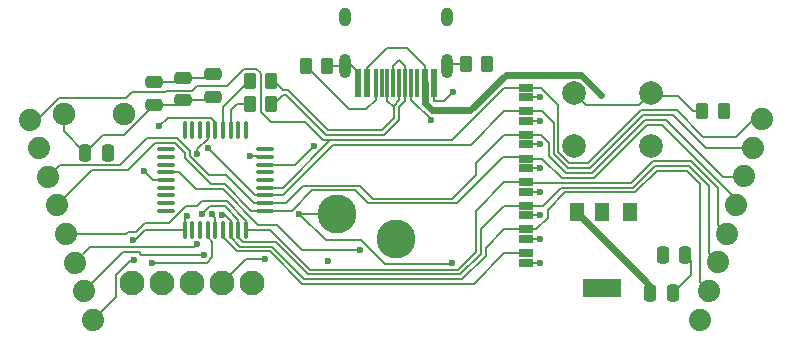
<source format=gbr>
%TF.GenerationSoftware,KiCad,Pcbnew,9.0.6*%
%TF.CreationDate,2026-01-11T15:28:45-08:00*%
%TF.ProjectId,pcb,7063622e-6b69-4636-9164-5f7063625858,rev?*%
%TF.SameCoordinates,Original*%
%TF.FileFunction,Copper,L1,Top*%
%TF.FilePolarity,Positive*%
%FSLAX46Y46*%
G04 Gerber Fmt 4.6, Leading zero omitted, Abs format (unit mm)*
G04 Created by KiCad (PCBNEW 9.0.6) date 2026-01-11 15:28:45*
%MOMM*%
%LPD*%
G01*
G04 APERTURE LIST*
G04 Aperture macros list*
%AMRoundRect*
0 Rectangle with rounded corners*
0 $1 Rounding radius*
0 $2 $3 $4 $5 $6 $7 $8 $9 X,Y pos of 4 corners*
0 Add a 4 corners polygon primitive as box body*
4,1,4,$2,$3,$4,$5,$6,$7,$8,$9,$2,$3,0*
0 Add four circle primitives for the rounded corners*
1,1,$1+$1,$2,$3*
1,1,$1+$1,$4,$5*
1,1,$1+$1,$6,$7*
1,1,$1+$1,$8,$9*
0 Add four rect primitives between the rounded corners*
20,1,$1+$1,$2,$3,$4,$5,0*
20,1,$1+$1,$4,$5,$6,$7,0*
20,1,$1+$1,$6,$7,$8,$9,0*
20,1,$1+$1,$8,$9,$2,$3,0*%
G04 Aperture macros list end*
%TA.AperFunction,ComponentPad*%
%ADD10C,2.000000*%
%TD*%
%TA.AperFunction,SMDPad,CuDef*%
%ADD11R,1.270000X0.635000*%
%TD*%
%TA.AperFunction,SMDPad,CuDef*%
%ADD12RoundRect,0.250000X0.475000X-0.250000X0.475000X0.250000X-0.475000X0.250000X-0.475000X-0.250000X0*%
%TD*%
%TA.AperFunction,ComponentPad*%
%ADD13C,1.879600*%
%TD*%
%TA.AperFunction,SMDPad,CuDef*%
%ADD14RoundRect,0.250000X0.262500X0.450000X-0.262500X0.450000X-0.262500X-0.450000X0.262500X-0.450000X0*%
%TD*%
%TA.AperFunction,ComponentPad*%
%ADD15C,1.900000*%
%TD*%
%TA.AperFunction,SMDPad,CuDef*%
%ADD16R,0.600000X2.450000*%
%TD*%
%TA.AperFunction,SMDPad,CuDef*%
%ADD17R,0.300000X2.450000*%
%TD*%
%TA.AperFunction,ComponentPad*%
%ADD18O,1.000000X1.600000*%
%TD*%
%TA.AperFunction,ComponentPad*%
%ADD19O,1.000000X2.100000*%
%TD*%
%TA.AperFunction,SMDPad,CuDef*%
%ADD20RoundRect,0.100000X0.100000X-0.637500X0.100000X0.637500X-0.100000X0.637500X-0.100000X-0.637500X0*%
%TD*%
%TA.AperFunction,SMDPad,CuDef*%
%ADD21RoundRect,0.100000X0.637500X-0.100000X0.637500X0.100000X-0.637500X0.100000X-0.637500X-0.100000X0*%
%TD*%
%TA.AperFunction,SMDPad,CuDef*%
%ADD22RoundRect,0.250000X-0.262500X-0.450000X0.262500X-0.450000X0.262500X0.450000X-0.262500X0.450000X0*%
%TD*%
%TA.AperFunction,SMDPad,CuDef*%
%ADD23RoundRect,0.250000X-0.250000X-0.475000X0.250000X-0.475000X0.250000X0.475000X-0.250000X0.475000X0*%
%TD*%
%TA.AperFunction,SMDPad,CuDef*%
%ADD24R,1.200000X1.500000*%
%TD*%
%TA.AperFunction,SMDPad,CuDef*%
%ADD25R,3.300000X1.500000*%
%TD*%
%TA.AperFunction,ComponentPad*%
%ADD26C,2.100000*%
%TD*%
%TA.AperFunction,SMDPad,CuDef*%
%ADD27RoundRect,0.250000X0.250000X0.475000X-0.250000X0.475000X-0.250000X-0.475000X0.250000X-0.475000X0*%
%TD*%
%TA.AperFunction,ComponentPad*%
%ADD28C,3.300000*%
%TD*%
%TA.AperFunction,ViaPad*%
%ADD29C,0.600000*%
%TD*%
%TA.AperFunction,Conductor*%
%ADD30C,0.200000*%
%TD*%
%TA.AperFunction,Conductor*%
%ADD31C,0.600000*%
%TD*%
G04 APERTURE END LIST*
D10*
%TO.P,SW1,1*%
%TO.N,Net-(U1-PB8-BOOT0)*%
X165025000Y-93525000D03*
X171525000Y-93525000D03*
%TO.P,SW1,2*%
%TO.N,+3.3V*%
X165025000Y-98025000D03*
X171525000Y-98025000D03*
%TD*%
D11*
%TO.P,JMP_BTN2,1,A*%
%TO.N,/BTN2*%
X161000000Y-105093600D03*
%TO.P,JMP_BTN2,2,B*%
%TO.N,Net-(JMP_BTN1-A)*%
X161000000Y-105906400D03*
%TD*%
D12*
%TO.P,C2,1*%
%TO.N,GND*%
X134440900Y-93870000D03*
%TO.P,C2,2*%
%TO.N,+3.3V*%
X134440900Y-91970000D03*
%TD*%
%TO.P,C5,1*%
%TO.N,GND*%
X131940900Y-94180000D03*
%TO.P,C5,2*%
%TO.N,+3.3V*%
X131940900Y-92280000D03*
%TD*%
D13*
%TO.P,J1,1,Pin_1*%
%TO.N,+3.3V*%
X124326700Y-112750000D03*
%TO.P,J1,2,Pin_2*%
%TO.N,/BTN2*%
X123562907Y-110327559D03*
%TO.P,J1,3,Pin_3*%
%TO.N,/BTN3*%
X122799115Y-107905118D03*
%TO.P,J1,4,Pin_4*%
%TO.N,/BTN4*%
X122035322Y-105482677D03*
%TO.P,J1,5,Pin_5*%
%TO.N,/BTN5*%
X121271529Y-103060236D03*
%TO.P,J1,6,Pin_6*%
%TO.N,/BTN6*%
X120507736Y-100637795D03*
%TO.P,J1,7,Pin_7*%
%TO.N,/BTN7*%
X119743944Y-98215354D03*
%TO.P,J1,8,Pin_8*%
%TO.N,/BTN8*%
X118980151Y-95792913D03*
%TD*%
D11*
%TO.P,JMP_BTN8,1,A*%
%TO.N,/BTN8*%
X161000000Y-93093600D03*
%TO.P,JMP_BTN8,2,B*%
%TO.N,Net-(JMP_BTN1-A)*%
X161000000Y-93906400D03*
%TD*%
D14*
%TO.P,R1,1*%
%TO.N,GND*%
X177742500Y-95060000D03*
%TO.P,R1,2*%
%TO.N,Net-(U1-PB8-BOOT0)*%
X175917500Y-95060000D03*
%TD*%
D15*
%TO.P,JP1,1*%
%TO.N,/RST*%
X126945000Y-95305000D03*
%TO.P,JP1,2*%
%TO.N,GND*%
X121865000Y-95305000D03*
%TD*%
D11*
%TO.P,JMP_BTN7,1,A*%
%TO.N,/BTN7*%
X161000000Y-95093600D03*
%TO.P,JMP_BTN7,2,B*%
%TO.N,Net-(JMP_BTN1-A)*%
X161000000Y-95906400D03*
%TD*%
%TO.P,JMP_BTN6,1,A*%
%TO.N,/BTN6*%
X161000000Y-97093600D03*
%TO.P,JMP_BTN6,2,B*%
%TO.N,Net-(JMP_BTN1-A)*%
X161000000Y-97906400D03*
%TD*%
D14*
%TO.P,R3,1*%
%TO.N,/D-*%
X139412500Y-94500000D03*
%TO.P,R3,2*%
%TO.N,Net-(U1-PA11)*%
X137587500Y-94500000D03*
%TD*%
D12*
%TO.P,C4,1*%
%TO.N,GND*%
X129513600Y-94550000D03*
%TO.P,C4,2*%
%TO.N,+3.3V*%
X129513600Y-92650000D03*
%TD*%
D16*
%TO.P,USB1,1,GND*%
%TO.N,GND*%
X153225000Y-92695000D03*
%TO.P,USB1,2,VBUS*%
%TO.N,5V*%
X152450001Y-92695000D03*
D17*
%TO.P,USB1,3,SBU2*%
%TO.N,unconnected-(USB1-SBU2-Pad3)*%
X151750000Y-92695000D03*
%TO.P,USB1,4,CC1*%
%TO.N,Net-(USB1-CC1)*%
X151250001Y-92695000D03*
%TO.P,USB1,5,DN2*%
%TO.N,/D-*%
X150750000Y-92695000D03*
%TO.P,USB1,6,DP1*%
%TO.N,/D+*%
X150250000Y-92694999D03*
%TO.P,USB1,7,DN1*%
%TO.N,/D-*%
X149749999Y-92695000D03*
%TO.P,USB1,8,DP2*%
%TO.N,/D+*%
X149250000Y-92695000D03*
%TO.P,USB1,9,SBU1*%
%TO.N,unconnected-(USB1-SBU1-Pad9)*%
X148750000Y-92695001D03*
%TO.P,USB1,10,CC2*%
%TO.N,Net-(USB1-CC2)*%
X148249999Y-92695000D03*
D16*
%TO.P,USB1,11,VBUS*%
%TO.N,5V*%
X147549999Y-92695000D03*
%TO.P,USB1,12,GND*%
%TO.N,GND*%
X146775001Y-92695000D03*
D18*
%TO.P,USB1,13,SHIELD*%
X154320001Y-87100000D03*
D19*
X154320000Y-91280000D03*
X145680000Y-91280000D03*
D18*
X145680000Y-87100000D03*
%TD*%
D11*
%TO.P,JMP_BTN3,1,A*%
%TO.N,/BTN3*%
X161000000Y-103093600D03*
%TO.P,JMP_BTN3,2,B*%
%TO.N,Net-(JMP_BTN1-A)*%
X161000000Y-103906400D03*
%TD*%
%TO.P,JMP_BTN4,1,A*%
%TO.N,/BTN4*%
X161000000Y-101093600D03*
%TO.P,JMP_BTN4,2,B*%
%TO.N,Net-(JMP_BTN1-A)*%
X161000000Y-101906400D03*
%TD*%
D20*
%TO.P,U1,1,VDD*%
%TO.N,+3.3V*%
X132079800Y-105113500D03*
%TO.P,U1,2,PF0-OSC_IN*%
%TO.N,unconnected-(U1-PF0-OSC_IN-Pad2)*%
X132729800Y-105113500D03*
%TO.P,U1,3,PF1-OSC_OUT*%
%TO.N,unconnected-(U1-PF1-OSC_OUT-Pad3)*%
X133379800Y-105113500D03*
%TO.P,U1,4,NRST*%
%TO.N,/RST*%
X134029800Y-105113500D03*
%TO.P,U1,5,VDDA*%
%TO.N,+3.3V*%
X134679800Y-105113500D03*
%TO.P,U1,6,PA0*%
%TO.N,/BTN1*%
X135329800Y-105113500D03*
%TO.P,U1,7,PA1*%
%TO.N,/BTN2*%
X135979800Y-105113500D03*
%TO.P,U1,8,PA2*%
%TO.N,/BTN3*%
X136629800Y-105113500D03*
%TO.P,U1,9,PA3*%
%TO.N,/BTN4*%
X137279800Y-105113500D03*
D21*
%TO.P,U1,10,PA4*%
%TO.N,/BTN5*%
X138892300Y-103501000D03*
%TO.P,U1,11,PA5*%
%TO.N,/BTN6*%
X138892300Y-102851000D03*
%TO.P,U1,12,PA6*%
%TO.N,/BTN7*%
X138892300Y-102201000D03*
%TO.P,U1,13,PA7*%
%TO.N,/BTN8*%
X138892300Y-101551000D03*
%TO.P,U1,14,PB0*%
%TO.N,unconnected-(U1-PB0-Pad14)*%
X138892300Y-100901000D03*
%TO.P,U1,15,PB1*%
%TO.N,unconnected-(U1-PB1-Pad15)*%
X138892300Y-100251000D03*
%TO.P,U1,16,VSS*%
%TO.N,GND*%
X138892300Y-99601000D03*
%TO.P,U1,17,VDDIO2*%
%TO.N,+3.3V*%
X138892300Y-98951000D03*
%TO.P,U1,18,PA8*%
%TO.N,unconnected-(U1-PA8-Pad18)*%
X138892300Y-98301000D03*
D20*
%TO.P,U1,19,PA9*%
%TO.N,unconnected-(U1-PA9-Pad19)*%
X137279800Y-96688500D03*
%TO.P,U1,20,PA10*%
%TO.N,unconnected-(U1-PA10-Pad20)*%
X136629800Y-96688500D03*
%TO.P,U1,21,PA11*%
%TO.N,Net-(U1-PA11)*%
X135979800Y-96688500D03*
%TO.P,U1,22,PA12*%
%TO.N,Net-(U1-PA12)*%
X135329800Y-96688500D03*
%TO.P,U1,23,PA13*%
%TO.N,/SWDIO*%
X134679800Y-96688500D03*
%TO.P,U1,24,PA14*%
%TO.N,/SWCLK*%
X134029800Y-96688500D03*
%TO.P,U1,25,PA15*%
%TO.N,unconnected-(U1-PA15-Pad25)*%
X133379800Y-96688500D03*
%TO.P,U1,26,PB3*%
%TO.N,unconnected-(U1-PB3-Pad26)*%
X132729800Y-96688500D03*
%TO.P,U1,27,PB4*%
%TO.N,unconnected-(U1-PB4-Pad27)*%
X132079800Y-96688500D03*
D21*
%TO.P,U1,28,PB5*%
%TO.N,unconnected-(U1-PB5-Pad28)*%
X130467300Y-98301000D03*
%TO.P,U1,29,PB6*%
%TO.N,unconnected-(U1-PB6-Pad29)*%
X130467300Y-98951000D03*
%TO.P,U1,30,PB7*%
%TO.N,unconnected-(U1-PB7-Pad30)*%
X130467300Y-99601000D03*
%TO.P,U1,31,PB8-BOOT0*%
%TO.N,Net-(U1-PB8-BOOT0)*%
X130467300Y-100251000D03*
%TO.P,U1,32,VSS*%
%TO.N,GND*%
X130467300Y-100901000D03*
%TO.P,U1,33*%
%TO.N,N/C*%
X130467300Y-101551000D03*
%TO.P,U1,34*%
X130467300Y-102201000D03*
%TO.P,U1,35*%
X130467300Y-102851000D03*
%TO.P,U1,36*%
X130467300Y-103501000D03*
%TD*%
D22*
%TO.P,R4,1*%
%TO.N,Net-(USB1-CC2)*%
X142330000Y-91270000D03*
%TO.P,R4,2*%
%TO.N,GND*%
X144155000Y-91270000D03*
%TD*%
D13*
%TO.P,J2,1,Pin_1*%
%TO.N,+3.3V*%
X175750000Y-112750000D03*
%TO.P,J2,2,Pin_2*%
%TO.N,/BTN2*%
X176492624Y-110320986D03*
%TO.P,J2,3,Pin_3*%
%TO.N,/BTN3*%
X177235248Y-107891972D03*
%TO.P,J2,4,Pin_4*%
%TO.N,/BTN4*%
X177977872Y-105462958D03*
%TO.P,J2,5,Pin_5*%
%TO.N,/BTN5*%
X178720497Y-103033944D03*
%TO.P,J2,6,Pin_6*%
%TO.N,/BTN6*%
X179463121Y-100604930D03*
%TO.P,J2,7,Pin_7*%
%TO.N,/BTN7*%
X180205744Y-98175916D03*
%TO.P,J2,8,Pin_8*%
%TO.N,/BTN8*%
X180948369Y-95746902D03*
%TD*%
D14*
%TO.P,R2,1*%
%TO.N,/D+*%
X139412500Y-92500000D03*
%TO.P,R2,2*%
%TO.N,Net-(U1-PA12)*%
X137587500Y-92500000D03*
%TD*%
D11*
%TO.P,JMP_BTN1,1,A*%
%TO.N,Net-(JMP_BTN1-A)*%
X161000000Y-107906400D03*
%TO.P,JMP_BTN1,2,B*%
%TO.N,/BTN1*%
X161000000Y-107093600D03*
%TD*%
%TO.P,JMP_BTN5,1,A*%
%TO.N,/BTN5*%
X161000000Y-99093600D03*
%TO.P,JMP_BTN5,2,B*%
%TO.N,Net-(JMP_BTN1-A)*%
X161000000Y-99906400D03*
%TD*%
D22*
%TO.P,R5,1*%
%TO.N,GND*%
X155877500Y-91130000D03*
%TO.P,R5,2*%
%TO.N,Net-(USB1-CC1)*%
X157702500Y-91130000D03*
%TD*%
D23*
%TO.P,C3,1*%
%TO.N,5V*%
X171490900Y-110480000D03*
%TO.P,C3,2*%
%TO.N,GND*%
X173390900Y-110480000D03*
%TD*%
%TO.P,C6,1*%
%TO.N,GND*%
X123681800Y-98590000D03*
%TO.P,C6,2*%
%TO.N,/RST*%
X125581800Y-98590000D03*
%TD*%
D24*
%TO.P,IC1,1,ADJ*%
%TO.N,GND*%
X169755000Y-103660000D03*
%TO.P,IC1,2,OUT*%
%TO.N,+3.3V*%
X167455000Y-103660000D03*
D25*
%TO.P,IC1,2B*%
%TO.N,N/C*%
X167455000Y-110060000D03*
D24*
%TO.P,IC1,3,IN*%
%TO.N,5V*%
X165255000Y-103660000D03*
%TD*%
D26*
%TO.P,J3,1,Pin_1*%
%TO.N,/RST*%
X127620000Y-109610000D03*
%TO.P,J3,2,Pin_2*%
%TO.N,/SWDIO*%
X130160000Y-109610000D03*
%TO.P,J3,3,Pin_3*%
%TO.N,/SWCLK*%
X132700000Y-109610000D03*
%TO.P,J3,4,Pin_4*%
%TO.N,GND*%
X135240000Y-109610000D03*
%TO.P,J3,5,Pin_5*%
%TO.N,+3.3V*%
X137780000Y-109610000D03*
%TD*%
D27*
%TO.P,C1,1*%
%TO.N,GND*%
X174450000Y-107250000D03*
%TO.P,C1,2*%
%TO.N,+3.3V*%
X172550000Y-107250000D03*
%TD*%
D28*
%TO.P,CH1,1,1*%
%TO.N,Net-(JMP_BTN1-A)*%
X145000000Y-103750000D03*
%TO.P,CH1,2,2*%
%TO.N,+3.3V*%
X150000000Y-105950000D03*
%TD*%
D29*
%TO.N,/BTN2*%
X133750000Y-107250000D03*
X135276498Y-103876000D03*
%TO.N,/BTN3*%
X133104600Y-106361800D03*
X133512000Y-103804100D03*
%TO.N,+3.3V*%
X134441000Y-91970000D03*
X167454998Y-103660000D03*
X134350883Y-103813746D03*
X127672842Y-105973013D03*
X132250000Y-104000000D03*
X129514000Y-92650000D03*
X127750000Y-107673013D03*
X172549998Y-107250000D03*
X137624500Y-98862200D03*
X131941000Y-92280000D03*
%TO.N,/BTN7*%
X134085100Y-98218400D03*
%TO.N,GND*%
X174449998Y-107250000D03*
X138900000Y-107600000D03*
X128625000Y-100125000D03*
X177742499Y-95060001D03*
X144250000Y-107750000D03*
X143000000Y-98000000D03*
X123682000Y-98590000D03*
X173391000Y-110480000D03*
X169755000Y-103660000D03*
X154783400Y-93473600D03*
%TO.N,5V*%
X167311393Y-93688607D03*
X165254998Y-103660000D03*
%TO.N,/RST*%
X125582000Y-98590000D03*
X129313500Y-107916500D03*
%TO.N,/SWCLK*%
X133161400Y-98693500D03*
%TO.N,/SWDIO*%
X129941200Y-96339100D03*
%TO.N,Net-(JMP_BTN1-A)*%
X162200000Y-97900000D03*
X162200000Y-95900000D03*
X162200000Y-103900000D03*
X162200000Y-105900000D03*
X141755000Y-103750000D03*
X162200000Y-99900000D03*
X162200000Y-107900000D03*
X154750000Y-107900000D03*
X162200000Y-101900000D03*
X162200000Y-93900000D03*
%TO.N,Net-(U1-PB8-BOOT0)*%
X146941000Y-106829500D03*
%TO.N,Net-(USB1-CC1)*%
X157702000Y-91130000D03*
X152914000Y-95795400D03*
%TD*%
D30*
%TO.N,Net-(U1-PA12)*%
X135329800Y-96688500D02*
X135330000Y-96688500D01*
X137588000Y-92500000D02*
X137587500Y-92500000D01*
X135330000Y-94713900D02*
X135330000Y-96688500D01*
X137544000Y-92500000D02*
X135330000Y-94713900D01*
X137587500Y-92500000D02*
X137544000Y-92500000D01*
%TO.N,/BTN2*%
X172037000Y-100121000D02*
X170205000Y-101953000D01*
X135979800Y-104376001D02*
X135479799Y-103876000D01*
X157552000Y-107332000D02*
X155582000Y-109302000D01*
X157552000Y-106698000D02*
X157552000Y-107332000D01*
X135979800Y-105113500D02*
X135979800Y-104376001D01*
X128173013Y-107023013D02*
X128400000Y-107250000D01*
X176514000Y-110328000D02*
X176513700Y-110327700D01*
X135979800Y-105113500D02*
X135980000Y-105113700D01*
X164297000Y-101953000D02*
X162801000Y-103449000D01*
X162801000Y-103449000D02*
X162801000Y-104149000D01*
X176513800Y-110327600D02*
X176513700Y-110327700D01*
X142202000Y-109302000D02*
X139453000Y-106553000D01*
X176513700Y-110327700D02*
X175750000Y-109564000D01*
X170205000Y-101953000D02*
X164297000Y-101953000D01*
X135980000Y-105113700D02*
X135980000Y-105114000D01*
X155582000Y-109302000D02*
X142202000Y-109302000D01*
X135479799Y-103876000D02*
X135276498Y-103876000D01*
X161000000Y-105094000D02*
X159156000Y-105094000D01*
X175750000Y-109564000D02*
X175750000Y-101250000D01*
X161000000Y-105093600D02*
X161000000Y-105094000D01*
X162801000Y-104149000D02*
X161856000Y-105094000D01*
X174621000Y-100121000D02*
X172037000Y-100121000D01*
X161856000Y-105094000D02*
X161000000Y-105094000D01*
X123541797Y-110334317D02*
X126853101Y-107023013D01*
X175750000Y-101250000D02*
X174621000Y-100121000D01*
X139453000Y-106553000D02*
X136762000Y-106553000D01*
X135980000Y-105771000D02*
X135980000Y-105114000D01*
X128400000Y-107250000D02*
X133750000Y-107250000D01*
X126853101Y-107023013D02*
X128173013Y-107023013D01*
X136762000Y-106553000D02*
X135980000Y-105771000D01*
X159156000Y-105094000D02*
X157552000Y-106698000D01*
%TO.N,/BTN8*%
X164660100Y-99500000D02*
X166249900Y-99500000D01*
X142250000Y-96000000D02*
X143750000Y-97500000D01*
X159156000Y-93093600D02*
X154750000Y-97500000D01*
X144419239Y-97500000D02*
X140368239Y-101551000D01*
X138892300Y-101551000D02*
X138892000Y-101551000D01*
X176000000Y-97250000D02*
X178750000Y-97250000D01*
X133115900Y-92920000D02*
X135637600Y-92920000D01*
X137083300Y-91474300D02*
X138113600Y-91474300D01*
X132664400Y-93371500D02*
X133115900Y-92920000D01*
X181050902Y-95746902D02*
X181096700Y-95792700D01*
X140368239Y-101551000D02*
X138892300Y-101551000D01*
X161000000Y-93093600D02*
X159156000Y-93093600D01*
X127447300Y-93630200D02*
X127613600Y-93463900D01*
X130454700Y-93463900D02*
X130547100Y-93371500D01*
X162244000Y-93093600D02*
X163724000Y-94574100D01*
X180253098Y-95746902D02*
X181050902Y-95746902D01*
X127613600Y-93463900D02*
X130454700Y-93463900D01*
X181096700Y-95792700D02*
X181097000Y-95792900D01*
X143750000Y-97500000D02*
X144419239Y-97500000D01*
X181096500Y-95792900D02*
X181096700Y-95792700D01*
X127447300Y-93630200D02*
X127613600Y-93463900D01*
X138113600Y-91474300D02*
X138500000Y-91860700D01*
X121400818Y-94000000D02*
X127077500Y-94000000D01*
X163724000Y-94574100D02*
X163724000Y-98563900D01*
X163724000Y-98563900D02*
X164660100Y-99500000D01*
X118980200Y-95792900D02*
X119607918Y-95792900D01*
X170749900Y-95000000D02*
X173750000Y-95000000D01*
X130547100Y-93371500D02*
X132664400Y-93371500D01*
X166249900Y-99500000D02*
X170749900Y-95000000D01*
X161000000Y-93093600D02*
X162244000Y-93093600D01*
X138500000Y-91860700D02*
X138500000Y-95134600D01*
X139365400Y-96000000D02*
X142250000Y-96000000D01*
X135637600Y-92920000D02*
X137083300Y-91474300D01*
X119607918Y-95792900D02*
X121400818Y-94000000D01*
X178750000Y-97250000D02*
X180253098Y-95746902D01*
X127077500Y-94000000D02*
X127447300Y-93630200D01*
X154750000Y-97500000D02*
X144419239Y-97500000D01*
X173750000Y-95000000D02*
X176000000Y-97250000D01*
X138500000Y-95134600D02*
X139365400Y-96000000D01*
%TO.N,/BTN6*%
X162244000Y-97093600D02*
X162922000Y-97772100D01*
X172802000Y-95802000D02*
X177637900Y-100637900D01*
X146899000Y-101399000D02*
X148000000Y-102500000D01*
X132508600Y-98468100D02*
X131414800Y-97374300D01*
X137922100Y-102851000D02*
X135590500Y-100519400D01*
X138892300Y-102851000D02*
X140649000Y-102851000D01*
X159156000Y-97093600D02*
X161000000Y-97093600D01*
X166582000Y-100302000D02*
X171082000Y-95802000D01*
X156750000Y-99500000D02*
X159156000Y-97093600D01*
X140649000Y-102851000D02*
X142101000Y-101399000D01*
X135590500Y-100519400D02*
X134136200Y-100519400D01*
X156750000Y-100448000D02*
X156750000Y-99500000D01*
X126632853Y-99639047D02*
X121506453Y-99639047D01*
X154698000Y-102500000D02*
X156750000Y-100448000D01*
X142101000Y-101399000D02*
X146899000Y-101399000D01*
X128897600Y-97374300D02*
X126632853Y-99639047D01*
X121506453Y-99639047D02*
X120507700Y-100637800D01*
X162922000Y-98896100D02*
X164328000Y-100302000D01*
X132508600Y-98891800D02*
X132508600Y-98468100D01*
X162922000Y-97772100D02*
X162922000Y-98896100D01*
X131414800Y-97374300D02*
X128897600Y-97374300D01*
X171082000Y-95802000D02*
X172802000Y-95802000D01*
X161000000Y-97093600D02*
X162244000Y-97093600D01*
X148000000Y-102500000D02*
X154698000Y-102500000D01*
X177637900Y-100637900D02*
X179568900Y-100637900D01*
X138892300Y-102851000D02*
X137922100Y-102851000D01*
X179569000Y-100637800D02*
X179568900Y-100637900D01*
X179568900Y-100637900D02*
X179569000Y-100638000D01*
X134136200Y-100519400D02*
X132508600Y-98891800D01*
X164328000Y-100302000D02*
X166582000Y-100302000D01*
%TO.N,/BTN5*%
X172500000Y-96250000D02*
X178645500Y-102395500D01*
X135477000Y-101292000D02*
X134340800Y-101292000D01*
X160682000Y-99093600D02*
X161000000Y-99093600D01*
X142856000Y-101799000D02*
X146483000Y-101799000D01*
X160589000Y-99000000D02*
X160682000Y-99093600D01*
X134340800Y-101292000D02*
X132106900Y-99058100D01*
X132106900Y-98634400D02*
X131248500Y-97776000D01*
X137686000Y-103501000D02*
X135477000Y-101292000D01*
X171250000Y-96250000D02*
X172500000Y-96250000D01*
X164000000Y-100750000D02*
X166750000Y-100750000D01*
X178645500Y-102395500D02*
X178805000Y-102395500D01*
X166750000Y-100750000D02*
X171250000Y-96250000D01*
X178805200Y-102395700D02*
X178805200Y-103060200D01*
X159066000Y-99000000D02*
X160589000Y-99000000D01*
X147584000Y-102900000D02*
X155166000Y-102900000D01*
X155166000Y-102900000D02*
X159066000Y-99000000D01*
X161000000Y-99093600D02*
X162344000Y-99093600D01*
X129585600Y-97776000D02*
X127289061Y-100072539D01*
X124259161Y-100072539D02*
X121271500Y-103060200D01*
X162344000Y-99093600D02*
X164000000Y-100750000D01*
X178805000Y-102395500D02*
X178805200Y-102395700D01*
X131248500Y-97776000D02*
X129585600Y-97776000D01*
X132106900Y-99058100D02*
X132106900Y-98634400D01*
X178805000Y-102395500D02*
X178805000Y-103060000D01*
X141154000Y-103501000D02*
X142856000Y-101799000D01*
X138892300Y-103501000D02*
X137686000Y-103501000D01*
X146483000Y-101799000D02*
X147584000Y-102900000D01*
X138892300Y-103501000D02*
X141154000Y-103501000D01*
X127289061Y-100072539D02*
X124259161Y-100072539D01*
%TO.N,/BTN3*%
X139785000Y-106152000D02*
X137011000Y-106152000D01*
X159156000Y-103094000D02*
X157151000Y-105099000D01*
X163948000Y-101552000D02*
X162406000Y-103094000D01*
X136630000Y-105442500D02*
X136629800Y-105442300D01*
X177278000Y-107905000D02*
X177039500Y-107666500D01*
X176500000Y-107127000D02*
X176500000Y-101433000D01*
X176500000Y-101433000D02*
X174787000Y-99720000D01*
X137011000Y-106152000D02*
X136630000Y-105771000D01*
X136629800Y-104310063D02*
X136629800Y-105113500D01*
X133104600Y-106361800D02*
X132843387Y-106623013D01*
X162406000Y-103094000D02*
X161000000Y-103094000D01*
X174787000Y-99720000D02*
X171871000Y-99720000D01*
X170039000Y-101552000D02*
X163948000Y-101552000D01*
X155416000Y-108901000D02*
X142534000Y-108901000D01*
X171871000Y-99720000D02*
X170039000Y-101552000D01*
X157151000Y-105099000D02*
X157151000Y-107166000D01*
X133512000Y-103804100D02*
X134183500Y-103132600D01*
X157151000Y-107166000D02*
X155416000Y-108901000D01*
X177039500Y-107666500D02*
X176500000Y-107127000D01*
X135452337Y-103132600D02*
X136629800Y-104310063D01*
X136629800Y-105442300D02*
X136629800Y-105113500D01*
X136630000Y-105771000D02*
X136630000Y-105442500D01*
X177277600Y-107904600D02*
X177277600Y-107905100D01*
X136630000Y-105442500D02*
X136630000Y-105114000D01*
X142534000Y-108901000D02*
X139785000Y-106152000D01*
X161000000Y-103094000D02*
X159156000Y-103094000D01*
X132843387Y-106623013D02*
X124081187Y-106623013D01*
X134183500Y-103132600D02*
X135452337Y-103132600D01*
X124081187Y-106623013D02*
X122799100Y-107905100D01*
X161000000Y-103093600D02*
X161000000Y-103094000D01*
X177039500Y-107666500D02*
X177277600Y-107904600D01*
%TO.N,+3.3V*%
X134440900Y-91970000D02*
X134030000Y-91970000D01*
X124326700Y-112750000D02*
X126269000Y-110807700D01*
X138803500Y-98862200D02*
X138892300Y-98951000D01*
X134679800Y-104096900D02*
X134679800Y-105113500D01*
X137624500Y-98862200D02*
X138803500Y-98862200D01*
X134030000Y-91970000D02*
X133720000Y-92280000D01*
X131571000Y-92650000D02*
X131941000Y-92280000D01*
X132250000Y-104000000D02*
X132079800Y-104170200D01*
X129514000Y-92650000D02*
X129513600Y-92650000D01*
X126269000Y-110807700D02*
X126269000Y-108981000D01*
X129514000Y-92650000D02*
X131571000Y-92650000D01*
X134441000Y-91970000D02*
X134440900Y-91970000D01*
X133720000Y-92280000D02*
X131941000Y-92280000D01*
X134350883Y-103813746D02*
X134396646Y-103813746D01*
X126269000Y-108981000D02*
X127576987Y-107673013D01*
X128738269Y-105113500D02*
X127878756Y-105973013D01*
X132079800Y-105113500D02*
X128738269Y-105113500D01*
X131941000Y-92280000D02*
X131940900Y-92280000D01*
X127878756Y-105973013D02*
X127672842Y-105973013D01*
X127576987Y-107673013D02*
X127750000Y-107673013D01*
X134396646Y-103813746D02*
X134679800Y-104096900D01*
X132079800Y-104170200D02*
X132079800Y-105113500D01*
%TO.N,/BTN7*%
X138892000Y-102201000D02*
X138067700Y-102201000D01*
X162344000Y-95093600D02*
X163323000Y-96073000D01*
X159156000Y-95093600D02*
X161000000Y-95093600D01*
X176215400Y-98215400D02*
X180333000Y-98215400D01*
X163323000Y-96073000D02*
X163323000Y-98730000D01*
X156301000Y-97949000D02*
X159156000Y-95093600D01*
X144652000Y-97949000D02*
X156301000Y-97949000D01*
X138892000Y-102201000D02*
X138892300Y-102201000D01*
X163323000Y-98730000D02*
X164494000Y-99901000D01*
X140400000Y-102201000D02*
X144652000Y-97949000D01*
X161000000Y-95093600D02*
X162344000Y-95093600D01*
X170916000Y-95401000D02*
X173401000Y-95401000D01*
X173401000Y-95401000D02*
X176215400Y-98215400D01*
X138892300Y-102201000D02*
X140400000Y-102201000D01*
X164494000Y-99901000D02*
X166416000Y-99901000D01*
X166416000Y-99901000D02*
X170916000Y-95401000D01*
X138067700Y-102201000D02*
X134085100Y-98218400D01*
%TO.N,/BTN4*%
X128708483Y-104577600D02*
X127963070Y-105323013D01*
X127963070Y-105323013D02*
X127259687Y-105323013D01*
X156750000Y-107000000D02*
X155250000Y-108500000D01*
X174953000Y-99319000D02*
X171705000Y-99319000D01*
X132187200Y-103132600D02*
X130742200Y-104577600D01*
X127259687Y-105323013D02*
X127100000Y-105482700D01*
X133513700Y-102730900D02*
X135634699Y-102730900D01*
X171705000Y-99319000D02*
X169873000Y-101151000D01*
X161000000Y-101094000D02*
X161028100Y-101122100D01*
X142700000Y-108500000D02*
X139314000Y-105114000D01*
X159156000Y-101094000D02*
X156750000Y-103500000D01*
X161057000Y-101151000D02*
X161028100Y-101122100D01*
X130742200Y-104577600D02*
X128708483Y-104577600D01*
X135634699Y-102730900D02*
X137279800Y-104376001D01*
X133278300Y-102966300D02*
X133513700Y-102730900D01*
X133278300Y-102966300D02*
X133112000Y-103132600D01*
X155250000Y-108500000D02*
X142700000Y-108500000D01*
X161028100Y-101122100D02*
X161000000Y-101094000D01*
X156750000Y-103500000D02*
X156750000Y-107000000D01*
X169873000Y-101151000D02*
X161057000Y-101151000D01*
X177802500Y-105244500D02*
X177250000Y-104692000D01*
X177802500Y-105244500D02*
X177803200Y-105244500D01*
X137280000Y-105113700D02*
X137280000Y-105114000D01*
X177250000Y-101616000D02*
X174953000Y-99319000D01*
X137279800Y-104376001D02*
X137279800Y-105113500D01*
X178041000Y-105483000D02*
X177802500Y-105244500D01*
X137279800Y-105113500D02*
X137280000Y-105113700D01*
X177250000Y-104692000D02*
X177250000Y-101616000D01*
X127100000Y-105482700D02*
X122035300Y-105482700D01*
X177803200Y-105244500D02*
X178041400Y-105482700D01*
X139314000Y-105114000D02*
X137280000Y-105114000D01*
X133112000Y-103132600D02*
X132187200Y-103132600D01*
X161000000Y-101094000D02*
X159156000Y-101094000D01*
X133278300Y-102966300D02*
X133112000Y-103132600D01*
X161000000Y-101093600D02*
X161000000Y-101094000D01*
%TO.N,/BTN1*%
X135330000Y-105771000D02*
X136513000Y-106954000D01*
X142036000Y-109703000D02*
X156547000Y-109703000D01*
X135330000Y-105113700D02*
X135330000Y-105114000D01*
X156547000Y-109703000D02*
X159156000Y-107094000D01*
X136513000Y-106954000D02*
X139287000Y-106954000D01*
X160999600Y-107094000D02*
X161000000Y-107093600D01*
X139287000Y-106954000D02*
X142036000Y-109703000D01*
X160632500Y-107094000D02*
X161000000Y-107094000D01*
X160632500Y-107094000D02*
X160999600Y-107094000D01*
X135329800Y-105113500D02*
X135330000Y-105113700D01*
X135330000Y-105114000D02*
X135330000Y-105771000D01*
X159156000Y-107094000D02*
X160632500Y-107094000D01*
%TO.N,GND*%
X145680000Y-90705000D02*
X146775000Y-91800000D01*
X135240000Y-109610000D02*
X137250000Y-107600000D01*
X131941000Y-94180000D02*
X131940900Y-94180000D01*
X154783400Y-93473600D02*
X154035300Y-94221700D01*
X144155100Y-91270000D02*
X144155000Y-91270000D01*
X173391000Y-110480000D02*
X174950000Y-108921000D01*
X138892300Y-99601000D02*
X141399000Y-99601000D01*
X137250000Y-107600000D02*
X138900000Y-107600000D01*
X154035300Y-94221700D02*
X153225000Y-94221700D01*
X174950000Y-107750002D02*
X174449998Y-107250000D01*
X129514000Y-94550000D02*
X131571000Y-94550000D01*
X153225000Y-92695000D02*
X153225000Y-94221700D01*
X123682000Y-98590000D02*
X123681800Y-98590000D01*
X154320000Y-91280000D02*
X154470000Y-91130000D01*
X141399000Y-99601000D02*
X143000000Y-98000000D01*
X129514000Y-94550000D02*
X126964000Y-97100000D01*
X145680000Y-91280000D02*
X145680000Y-90705000D01*
X146775000Y-91800000D02*
X146775000Y-92695000D01*
X134441000Y-93870000D02*
X134440900Y-93870000D01*
X144155100Y-91121100D02*
X144155100Y-91270000D01*
X174950000Y-108921000D02*
X174950000Y-107750002D01*
X131571000Y-94550000D02*
X131941000Y-94180000D01*
X121865000Y-96773200D02*
X123681800Y-98590000D01*
X154470000Y-91130000D02*
X155877500Y-91130000D01*
X129514000Y-94550000D02*
X129513600Y-94550000D01*
X126964000Y-97100000D02*
X125172000Y-97100000D01*
X129401000Y-100901000D02*
X128625000Y-100125000D01*
X130467300Y-100901000D02*
X129401000Y-100901000D01*
X125172000Y-97100000D02*
X123682000Y-98590000D01*
X131941000Y-94180000D02*
X134131000Y-94180000D01*
X145680000Y-91280000D02*
X144314000Y-91280000D01*
X144314000Y-91280000D02*
X144155100Y-91121100D01*
X173391000Y-110480000D02*
X173390900Y-110480000D01*
X121865000Y-95305000D02*
X121865000Y-96773200D01*
X134131000Y-94180000D02*
X134441000Y-93870000D01*
D31*
%TO.N,5V*%
X153000000Y-95000000D02*
X156250000Y-95000000D01*
D30*
X171490900Y-109869500D02*
X171490900Y-110480000D01*
D31*
X156250000Y-95000000D02*
X159250000Y-92000000D01*
X171491000Y-109869400D02*
X171464398Y-109869400D01*
X165622786Y-92000000D02*
X167311393Y-93688607D01*
X152424000Y-93357500D02*
X152424000Y-94424000D01*
D30*
X147550000Y-92695000D02*
X147550000Y-91418000D01*
X147550000Y-91418000D02*
X149218000Y-89750000D01*
D31*
X171464398Y-109869400D02*
X165254998Y-103660000D01*
D30*
X150934000Y-89750000D02*
X152450000Y-91266000D01*
D31*
X152424000Y-93357500D02*
X152424000Y-92695000D01*
D30*
X152450000Y-91266000D02*
X152450000Y-92695000D01*
D31*
X171491000Y-109869400D02*
X171491000Y-110480000D01*
D30*
X152424000Y-93357500D02*
X152450000Y-93331500D01*
X171491000Y-109869400D02*
X171490900Y-109869500D01*
D31*
X159250000Y-92000000D02*
X165622786Y-92000000D01*
D30*
X149218000Y-89750000D02*
X150934000Y-89750000D01*
D31*
X152424000Y-94424000D02*
X153000000Y-95000000D01*
D30*
X152450000Y-93331500D02*
X152450000Y-92695000D01*
%TO.N,/RST*%
X134410930Y-106152000D02*
X134410930Y-107464070D01*
X134410930Y-107464070D02*
X133958500Y-107916500D01*
X134029800Y-105770870D02*
X134410930Y-106152000D01*
X134029800Y-105113500D02*
X134029800Y-105770870D01*
X133958500Y-107916500D02*
X129313500Y-107916500D01*
X125581800Y-98590000D02*
X125582000Y-98590000D01*
%TO.N,/SWCLK*%
X133161400Y-98291300D02*
X134029800Y-97422900D01*
X133161400Y-98693500D02*
X133161400Y-98291300D01*
X134029800Y-97422900D02*
X134029800Y-96688500D01*
%TO.N,/SWDIO*%
X134679800Y-96688500D02*
X134679800Y-96024200D01*
X134679800Y-96024200D02*
X134304200Y-95648600D01*
X134304200Y-95648600D02*
X130631700Y-95648600D01*
X130631700Y-95648600D02*
X129941200Y-96339100D01*
%TO.N,Net-(JMP_BTN1-A)*%
X154650000Y-108000000D02*
X149000000Y-108000000D01*
X161000000Y-97906400D02*
X162194000Y-97906400D01*
X162200000Y-95900000D02*
X162113000Y-95900000D01*
X149000000Y-108000000D02*
X147000000Y-106000000D01*
X161000000Y-103906000D02*
X162194000Y-103906000D01*
X161000000Y-99906400D02*
X162194000Y-99906400D01*
X162194000Y-101906000D02*
X162200000Y-101900000D01*
X145000000Y-103750000D02*
X141755000Y-103750000D01*
X161000000Y-107906400D02*
X161000000Y-107906000D01*
X162194000Y-103906000D02*
X162200000Y-103900000D01*
X161000000Y-105906000D02*
X162194000Y-105906000D01*
X162194000Y-93906400D02*
X162200000Y-93900000D01*
X154750000Y-107900000D02*
X154650000Y-108000000D01*
X161000000Y-101906000D02*
X162194000Y-101906000D01*
X162194000Y-105906000D02*
X162200000Y-105900000D01*
X162106000Y-95906400D02*
X161000000Y-95906400D01*
X162113000Y-95900000D02*
X162106000Y-95906400D01*
X161000000Y-107906000D02*
X162194000Y-107906000D01*
X162194000Y-97906400D02*
X162200000Y-97900000D01*
X161000000Y-103906400D02*
X161000000Y-103906000D01*
X161000000Y-93906400D02*
X162194000Y-93906400D01*
X161000000Y-101906400D02*
X161000000Y-101906000D01*
X144005000Y-106000000D02*
X141755000Y-103750000D01*
X162194000Y-107906000D02*
X162200000Y-107900000D01*
X147000000Y-106000000D02*
X144005000Y-106000000D01*
X162194000Y-99906400D02*
X162200000Y-99900000D01*
X161000000Y-105906400D02*
X161000000Y-105906000D01*
%TO.N,Net-(U1-PB8-BOOT0)*%
X141976800Y-106829500D02*
X139857800Y-104710500D01*
X171810000Y-93810000D02*
X171525000Y-93525000D01*
X135310700Y-101693800D02*
X132999700Y-101693800D01*
X139857800Y-104710500D02*
X138327400Y-104710500D01*
X170525000Y-94525000D02*
X171525000Y-93525000D01*
X166025000Y-94525000D02*
X170525000Y-94525000D01*
X173877500Y-93810000D02*
X175127500Y-95060000D01*
X173877500Y-93810000D02*
X171810000Y-93810000D01*
X138327400Y-104710500D02*
X135310700Y-101693800D01*
X175127500Y-95060000D02*
X175917500Y-95060000D01*
X165025000Y-93525000D02*
X166025000Y-94525000D01*
X132999700Y-101693800D02*
X131556900Y-100251000D01*
X146941000Y-106829500D02*
X141976800Y-106829500D01*
X131556900Y-100251000D02*
X130467300Y-100251000D01*
%TO.N,Net-(U1-PA11)*%
X137588000Y-94500000D02*
X137587500Y-94500000D01*
X136500000Y-94500000D02*
X135980000Y-95020200D01*
X137587500Y-94500000D02*
X136500000Y-94500000D01*
X135979800Y-96688500D02*
X135980000Y-96688500D01*
X135980000Y-95020200D02*
X135980000Y-96688500D01*
%TO.N,Net-(USB1-CC2)*%
X147472000Y-94900000D02*
X145960000Y-94900000D01*
X148250000Y-92695000D02*
X148250000Y-94122000D01*
X148250000Y-94122000D02*
X147472000Y-94900000D01*
X145960000Y-94900000D02*
X142330000Y-91270000D01*
%TO.N,Net-(USB1-CC1)*%
X152914000Y-95795400D02*
X152914000Y-95783900D01*
X151250000Y-94120000D02*
X151250000Y-92695000D01*
X152914000Y-95783900D02*
X151250000Y-94120000D01*
X157702000Y-91130000D02*
X157702500Y-91130000D01*
%TO.N,/D+*%
X144218000Y-96650000D02*
X148782000Y-96650000D01*
X150250000Y-94157900D02*
X149775000Y-94632900D01*
X140843000Y-93275000D02*
X144218000Y-96650000D01*
X149250000Y-94225000D02*
X149250000Y-92695000D01*
X149775000Y-94632900D02*
X149775000Y-94750000D01*
X140375000Y-93275000D02*
X140843000Y-93275000D01*
X139600000Y-92500000D02*
X140375000Y-93275000D01*
X149775000Y-94750000D02*
X149250000Y-94225000D01*
X149775000Y-95656800D02*
X149775000Y-94750000D01*
X139412000Y-92500000D02*
X139412500Y-92500000D01*
X139412500Y-92500000D02*
X139600000Y-92500000D01*
X150250000Y-92695000D02*
X150250000Y-94157900D01*
X148782000Y-96650000D02*
X149775000Y-95656800D01*
%TO.N,/D-*%
X149750000Y-92695000D02*
X149750000Y-91250000D01*
X139600000Y-94500000D02*
X140375000Y-93725000D01*
X140657000Y-93725000D02*
X144032000Y-97100000D01*
X149750000Y-91250000D02*
X150250000Y-90750000D01*
X150750000Y-94225000D02*
X150750000Y-92695000D01*
X144032000Y-97100000D02*
X148968000Y-97100000D01*
X139412500Y-94500000D02*
X139600000Y-94500000D01*
X150225000Y-94750000D02*
X150750000Y-94225000D01*
X150225000Y-95843200D02*
X150225000Y-94750000D01*
X140375000Y-93725000D02*
X140657000Y-93725000D01*
X150750000Y-91250000D02*
X150750000Y-92695000D01*
X150250000Y-90750000D02*
X150750000Y-91250000D01*
X139412000Y-94500000D02*
X139412500Y-94500000D01*
X148968000Y-97100000D02*
X150225000Y-95843200D01*
%TD*%
M02*

</source>
